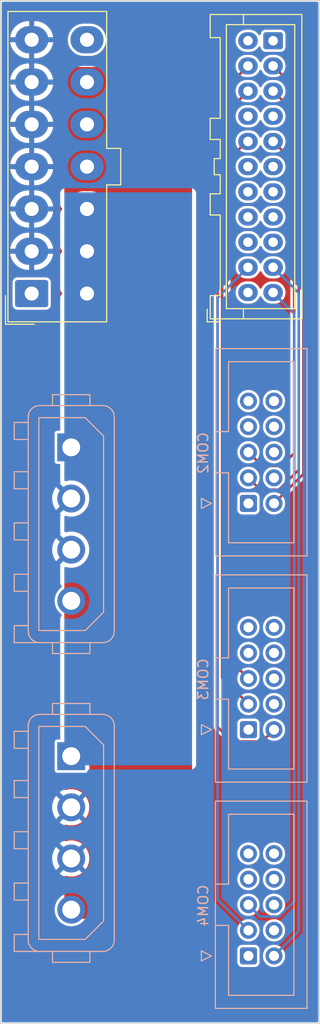
<source format=kicad_pcb>
(kicad_pcb (version 20221018) (generator pcbnew)
  (layers (0 "F.Cu" signal) (31 "B.Cu" signal) (34 "B.Paste" user) (35 "F.Paste" user) (36 "B.SilkS" user "B.Silkscreen") (37 "F.SilkS" user "F.Silkscreen") (38 "B.Mask" user) (39 "F.Mask" user) (44 "Edge.Cuts" user))
  (net 0 "")
  (net 15 "/UART1_RX")
  (net 16 "/UART1_TX")
  (net 17 "/UART1_GND")
  (net 18 "/UART2_RX")
  (net 19 "/UART2_TX")
  (net 20 "/UART2_GND")
  (net 21 "/UART3_RX")
  (net 22 "/UART3_TX")
  (net 23 "/UART3_GND")
  (net 39 "/+12V")
  (net 40 "/GND")
  (net 41 "/+5V")
  (footprint "Connector_Molex:Molex_Mini-Fit_Jr_5566-14A_2x07_P4.20mm_Vertical" (layer "F.Cu") (at 53.9 79.8975 90)
    (fp_text reference "CPWR1" hide)
    (fp_text value "Conn_02x07_Top_Bottom" hide)
    (fp_line (start -3.05 -2.6) (end -3.05 0.25) (stroke (width 0.12)) (layer "F.SilkS"))
    (fp_line (start -2.81 -2.36) (end -2.81 7.46) (stroke (width 0.12)) (layer "F.SilkS"))
    (fp_line (start -2.81 7.46) (end 10.79 7.46) (stroke (width 0.12)) (layer "F.SilkS"))
    (fp_line (start -0.2 -2.6) (end -3.05 -2.6) (stroke (width 0.12)) (layer "F.SilkS"))
    (fp_line (start 10.79 7.46) (end 10.79 8.86) (stroke (width 0.12)) (layer "F.SilkS"))
    (fp_line (start 10.79 8.86) (end 12.6 8.86) (stroke (width 0.12)) (layer "F.SilkS"))
    (fp_line (start 12.6 -2.36) (end -2.81 -2.36) (stroke (width 0.12)) (layer "F.SilkS"))
    (fp_line (start 12.6 -2.36) (end 28.01 -2.36) (stroke (width 0.12)) (layer "F.SilkS"))
    (fp_line (start 14.41 7.46) (end 14.41 8.86) (stroke (width 0.12)) (layer "F.SilkS"))
    (fp_line (start 14.41 8.86) (end 12.6 8.86) (stroke (width 0.12)) (layer "F.SilkS"))
    (fp_line (start 28.01 -2.36) (end 28.01 7.46) (stroke (width 0.12)) (layer "F.SilkS"))
    (fp_line (start 28.01 7.46) (end 14.41 7.46) (stroke (width 0.12)) (layer "F.SilkS"))
    (pad "1" thru_hole roundrect (at 0 0 90) (size 2.7 3.3) (drill 1.4) (layers "*.Cu" "*.Mask") (roundrect_rratio 0.09259296296))
    (pad "2" thru_hole oval (at 4.2 0 90) (size 2.7 3.3) (drill 1.4) (layers "*.Cu" "*.Mask") (net 40 "/GND"))
    (pad "3" thru_hole oval (at 8.4 0 90) (size 2.7 3.3) (drill 1.4) (layers "*.Cu" "*.Mask") (net 40 "/GND"))
    (pad "4" thru_hole oval (at 12.6 0 90) (size 2.7 3.3) (drill 1.4) (layers "*.Cu" "*.Mask") (net 40 "/GND"))
    (pad "5" thru_hole oval (at 16.8 0 90) (size 2.7 3.3) (drill 1.4) (layers "*.Cu" "*.Mask") (net 40 "/GND"))
    (pad "6" thru_hole oval (at 21 0 90) (size 2.7 3.3) (drill 1.4) (layers "*.Cu" "*.Mask") (net 40 "/GND"))
    (pad "7" thru_hole oval (at 25.2 0 90) (size 2.7 3.3) (drill 1.4) (layers "*.Cu" "*.Mask") (net 40 "/GND"))
    (pad "8" thru_hole oval (at 0 5.5 90) (size 2.7 3.3) (drill 1.4) (layers "*.Cu" "*.Mask") (net 39 "/+12V"))
    (pad "9" thru_hole oval (at 4.2 5.5 90) (size 2.7 3.3) (drill 1.4) (layers "*.Cu" "*.Mask") (net 39 "/+12V"))
    (pad "10" thru_hole oval (at 8.4 5.5 90) (size 2.7 3.3) (drill 1.4) (layers "*.Cu" "*.Mask") (net 39 "/+12V"))
    (pad "11" thru_hole oval (at 12.6 5.5 90) (size 2.7 3.3) (drill 1.4) (layers "*.Cu" "*.Mask") (net 41 "/+5V"))
    (pad "12" thru_hole oval (at 16.8 5.5 90) (size 2.7 3.3) (drill 1.4) (layers "*.Cu" "*.Mask") (net 41 "/+5V"))
    (pad "13" thru_hole oval (at 21 5.5 90) (size 2.7 3.3) (drill 1.4) (layers "*.Cu" "*.Mask") (net 41 "/+5V"))
    (pad "14" thru_hole oval (at 25.2 5.5 90) (size 2.7 3.3) (drill 1.4) (layers "*.Cu" "*.Mask"))
  )
  (footprint "Connector_JST:JST_XAD_B22B-XADSS-1_2x11_P2.50mm_Vertical" (layer "F.Cu") (at 75.4125 79.7975 90)
    (fp_text reference "CCOM1" hide)
    (fp_text value "Conn_02x11_Odd_Even" hide)
    (fp_line (start -2.91 -4.06) (end -2.91 -2.81) (stroke (width 0.12)) (layer "F.SilkS"))
    (fp_line (start -2.61 -3.76) (end -2.61 5.36) (stroke (width 0.12)) (layer "F.SilkS"))
    (fp_line (start -2.61 -0.45) (end -1.6 -0.45) (stroke (width 0.12)) (layer "F.SilkS"))
    (fp_line (start -2.61 5.36) (end 27.61 5.36) (stroke (width 0.12)) (layer "F.SilkS"))
    (fp_line (start -1.66 -4.06) (end -2.91 -4.06) (stroke (width 0.12)) (layer "F.SilkS"))
    (fp_line (start -1.6 -2.15) (end -1.6 4.65) (stroke (width 0.12)) (layer "F.SilkS"))
    (fp_line (start -1.6 4.65) (end 26.6 4.65) (stroke (width 0.12)) (layer "F.SilkS"))
    (fp_line (start -0.31 -3.76) (end -2.61 -3.76) (stroke (width 0.12)) (layer "F.SilkS"))
    (fp_line (start -0.31 -2.76) (end -0.31 -3.76) (stroke (width 0.12)) (layer "F.SilkS"))
    (fp_line (start 7.7 -3.76) (end 7.7 -2.76) (stroke (width 0.12)) (layer "F.SilkS"))
    (fp_line (start 7.7 -2.76) (end -0.31 -2.76) (stroke (width 0.12)) (layer "F.SilkS"))
    (fp_line (start 9.8 -3.76) (end 7.7 -3.76) (stroke (width 0.12)) (layer "F.SilkS"))
    (fp_line (start 9.8 -2.76) (end 9.8 -3.76) (stroke (width 0.12)) (layer "F.SilkS"))
    (fp_line (start 11.7 -3.36) (end 11.7 -2.76) (stroke (width 0.12)) (layer "F.SilkS"))
    (fp_line (start 11.7 -2.76) (end 9.8 -2.76) (stroke (width 0.12)) (layer "F.SilkS"))
    (fp_line (start 13.3 -3.36) (end 11.7 -3.36) (stroke (width 0.12)) (layer "F.SilkS"))
    (fp_line (start 13.3 -2.76) (end 13.3 -3.36) (stroke (width 0.12)) (layer "F.SilkS"))
    (fp_line (start 15.2 -3.76) (end 15.2 -2.76) (stroke (width 0.12)) (layer "F.SilkS"))
    (fp_line (start 15.2 -2.76) (end 13.3 -2.76) (stroke (width 0.12)) (layer "F.SilkS"))
    (fp_line (start 17.3 -3.76) (end 15.2 -3.76) (stroke (width 0.12)) (layer "F.SilkS"))
    (fp_line (start 17.3 -2.76) (end 17.3 -3.76) (stroke (width 0.12)) (layer "F.SilkS"))
    (fp_line (start 25.31 -3.76) (end 25.31 -2.76) (stroke (width 0.12)) (layer "F.SilkS"))
    (fp_line (start 25.31 -2.76) (end 17.3 -2.76) (stroke (width 0.12)) (layer "F.SilkS"))
    (fp_line (start 26.6 -2.15) (end -1.6 -2.15) (stroke (width 0.12)) (layer "F.SilkS"))
    (fp_line (start 26.6 4.65) (end 26.6 -2.15) (stroke (width 0.12)) (layer "F.SilkS"))
    (fp_line (start 27.61 -3.76) (end 25.31 -3.76) (stroke (width 0.12)) (layer "F.SilkS"))
    (fp_line (start 27.61 -0.45) (end 26.6 -0.45) (stroke (width 0.12)) (layer "F.SilkS"))
    (fp_line (start 27.61 5.36) (end 27.61 -3.76) (stroke (width 0.12)) (layer "F.SilkS"))
    (pad "1" thru_hole roundrect (at 25 2.5 90) (size 1.7 1.95) (drill 0.95) (layers "*.Cu" "*.Mask") (roundrect_rratio 0.1470588235))
    (pad "2" thru_hole oval (at 25 0 90) (size 1.7 1.95) (drill 0.95) (layers "*.Cu" "*.Mask"))
    (pad "3" thru_hole oval (at 22.5 2.5 90) (size 1.7 1.95) (drill 0.95) (layers "*.Cu" "*.Mask") (net 15 "/UART1_RX"))
    (pad "4" thru_hole oval (at 22.5 0 90) (size 1.7 1.95) (drill 0.95) (layers "*.Cu" "*.Mask") (net 18 "/UART2_RX"))
    (pad "5" thru_hole oval (at 20 2.5 90) (size 1.7 1.95) (drill 0.95) (layers "*.Cu" "*.Mask") (net 16 "/UART1_TX"))
    (pad "6" thru_hole oval (at 20 0 90) (size 1.7 1.95) (drill 0.95) (layers "*.Cu" "*.Mask") (net 19 "/UART2_TX"))
    (pad "7" thru_hole oval (at 17.5 2.5 90) (size 1.7 1.95) (drill 0.95) (layers "*.Cu" "*.Mask"))
    (pad "8" thru_hole oval (at 17.5 0 90) (size 1.7 1.95) (drill 0.95) (layers "*.Cu" "*.Mask"))
    (pad "9" thru_hole oval (at 15 2.5 90) (size 1.7 1.95) (drill 0.95) (layers "*.Cu" "*.Mask") (net 17 "/UART1_GND"))
    (pad "10" thru_hole oval (at 15 0 90) (size 1.7 1.95) (drill 0.95) (layers "*.Cu" "*.Mask") (net 20 "/UART2_GND"))
    (pad "11" thru_hole oval (at 12.5 2.5 90) (size 1.7 1.95) (drill 0.95) (layers "*.Cu" "*.Mask"))
    (pad "12" thru_hole oval (at 12.5 0 90) (size 1.7 1.95) (drill 0.95) (layers "*.Cu" "*.Mask"))
    (pad "13" thru_hole oval (at 10 2.5 90) (size 1.7 1.95) (drill 0.95) (layers "*.Cu" "*.Mask"))
    (pad "14" thru_hole oval (at 10 0 90) (size 1.7 1.95) (drill 0.95) (layers "*.Cu" "*.Mask"))
    (pad "15" thru_hole oval (at 7.5 2.5 90) (size 1.7 1.95) (drill 0.95) (layers "*.Cu" "*.Mask"))
    (pad "16" thru_hole oval (at 7.5 0 90) (size 1.7 1.95) (drill 0.95) (layers "*.Cu" "*.Mask"))
    (pad "17" thru_hole oval (at 5 2.5 90) (size 1.7 1.95) (drill 0.95) (layers "*.Cu" "*.Mask"))
    (pad "18" thru_hole oval (at 5 0 90) (size 1.7 1.95) (drill 0.95) (layers "*.Cu" "*.Mask"))
    (pad "19" thru_hole oval (at 2.5 2.5 90) (size 1.7 1.95) (drill 0.95) (layers "*.Cu" "*.Mask") (net 21 "/UART3_RX"))
    (pad "20" thru_hole oval (at 2.5 0 90) (size 1.7 1.95) (drill 0.95) (layers "*.Cu" "*.Mask") (net 22 "/UART3_TX"))
    (pad "21" thru_hole oval (at 0 2.5 90) (size 1.7 1.95) (drill 0.95) (layers "*.Cu" "*.Mask") (net 23 "/UART3_GND"))
    (pad "22" thru_hole oval (at 0 0 90) (size 1.7 1.95) (drill 0.95) (layers "*.Cu" "*.Mask"))
  )
  (footprint "Connector_IDC:IDC-Header_2x05_P2.54mm_Vertical" (layer "B.Cu") (at 75.46 145.66875)
    (fp_text reference "COM4" (at -4.5 -5 90) (layer "B.SilkS") (effects (justify mirror)))
    (fp_text value "Conn_02x05_Odd_Even" hide)
    (fp_line (start -4.68 -0.5) (end -3.68 0) (stroke (width 0.12)) (layer "B.SilkS"))
    (fp_line (start -4.68 0.5) (end -4.68 -0.5) (stroke (width 0.12)) (layer "B.SilkS"))
    (fp_line (start -3.68 0) (end -4.68 0.5) (stroke (width 0.12)) (layer "B.SilkS"))
    (fp_line (start -3.29 -15.37) (end -3.29 5.21) (stroke (width 0.12)) (layer "B.SilkS"))
    (fp_line (start -3.29 -3.03) (end -1.98 -3.03) (stroke (width 0.12)) (layer "B.SilkS"))
    (fp_line (start -3.29 5.21) (end 5.83 5.21) (stroke (width 0.12)) (layer "B.SilkS"))
    (fp_line (start -1.98 -14.07) (end -1.98 -7.13) (stroke (width 0.12)) (layer "B.SilkS"))
    (fp_line (start -1.98 -7.13) (end -3.29 -7.13) (stroke (width 0.12)) (layer "B.SilkS"))
    (fp_line (start -1.98 -7.13) (end -1.98 -7.13) (stroke (width 0.12)) (layer "B.SilkS"))
    (fp_line (start -1.98 -3.03) (end -1.98 3.91) (stroke (width 0.12)) (layer "B.SilkS"))
    (fp_line (start -1.98 3.91) (end 4.52 3.91) (stroke (width 0.12)) (layer "B.SilkS"))
    (fp_line (start 4.52 -14.07) (end -1.98 -14.07) (stroke (width 0.12)) (layer "B.SilkS"))
    (fp_line (start 4.52 3.91) (end 4.52 -14.07) (stroke (width 0.12)) (layer "B.SilkS"))
    (fp_line (start 5.83 -15.37) (end -3.29 -15.37) (stroke (width 0.12)) (layer "B.SilkS"))
    (fp_line (start 5.83 5.21) (end 5.83 -15.37) (stroke (width 0.12)) (layer "B.SilkS"))
    (pad "1" thru_hole roundrect (at 0 0) (size 1.7 1.7) (drill 1) (layers "*.Cu" "*.Mask") (roundrect_rratio 0.1470588235))
    (pad "2" thru_hole circle (at 2.54 0) (size 1.7 1.7) (drill 1) (layers "*.Cu" "*.Mask") (net 21 "/UART3_RX"))
    (pad "3" thru_hole circle (at 0 -2.54) (size 1.7 1.7) (drill 1) (layers "*.Cu" "*.Mask") (net 22 "/UART3_TX"))
    (pad "4" thru_hole circle (at 2.54 -2.54) (size 1.7 1.7) (drill 1) (layers "*.Cu" "*.Mask"))
    (pad "5" thru_hole circle (at 0 -5.08) (size 1.7 1.7) (drill 1) (layers "*.Cu" "*.Mask") (net 23 "/UART3_GND"))
    (pad "6" thru_hole circle (at 2.54 -5.08) (size 1.7 1.7) (drill 1) (layers "*.Cu" "*.Mask"))
    (pad "7" thru_hole circle (at 0 -7.62) (size 1.7 1.7) (drill 1) (layers "*.Cu" "*.Mask"))
    (pad "8" thru_hole circle (at 2.54 -7.62) (size 1.7 1.7) (drill 1) (layers "*.Cu" "*.Mask"))
    (pad "9" thru_hole circle (at 0 -10.16) (size 1.7 1.7) (drill 1) (layers "*.Cu" "*.Mask"))
    (pad "10" thru_hole circle (at 2.54 -10.16) (size 1.7 1.7) (drill 1) (layers "*.Cu" "*.Mask"))
  )
  (footprint "Connector_IDC:IDC-Header_2x05_P2.54mm_Vertical" (layer "B.Cu") (at 75.46 123.2025)
    (fp_text reference "COM3" (at -4.5 -5 90) (layer "B.SilkS") (effects (justify mirror)))
    (fp_text value "Conn_02x05_Odd_Even" hide)
    (fp_line (start -4.68 -0.5) (end -3.68 0) (stroke (width 0.12)) (layer "B.SilkS"))
    (fp_line (start -4.68 0.5) (end -4.68 -0.5) (stroke (width 0.12)) (layer "B.SilkS"))
    (fp_line (start -3.68 0) (end -4.68 0.5) (stroke (width 0.12)) (layer "B.SilkS"))
    (fp_line (start -3.29 -15.37) (end -3.29 5.21) (stroke (width 0.12)) (layer "B.SilkS"))
    (fp_line (start -3.29 -3.03) (end -1.98 -3.03) (stroke (width 0.12)) (layer "B.SilkS"))
    (fp_line (start -3.29 5.21) (end 5.83 5.21) (stroke (width 0.12)) (layer "B.SilkS"))
    (fp_line (start -1.98 -14.07) (end -1.98 -7.13) (stroke (width 0.12)) (layer "B.SilkS"))
    (fp_line (start -1.98 -7.13) (end -3.29 -7.13) (stroke (width 0.12)) (layer "B.SilkS"))
    (fp_line (start -1.98 -7.13) (end -1.98 -7.13) (stroke (width 0.12)) (layer "B.SilkS"))
    (fp_line (start -1.98 -3.03) (end -1.98 3.91) (stroke (width 0.12)) (layer "B.SilkS"))
    (fp_line (start -1.98 3.91) (end 4.52 3.91) (stroke (width 0.12)) (layer "B.SilkS"))
    (fp_line (start 4.52 -14.07) (end -1.98 -14.07) (stroke (width 0.12)) (layer "B.SilkS"))
    (fp_line (start 4.52 3.91) (end 4.52 -14.07) (stroke (width 0.12)) (layer "B.SilkS"))
    (fp_line (start 5.83 -15.37) (end -3.29 -15.37) (stroke (width 0.12)) (layer "B.SilkS"))
    (fp_line (start 5.83 5.21) (end 5.83 -15.37) (stroke (width 0.12)) (layer "B.SilkS"))
    (pad "1" thru_hole roundrect (at 0 0) (size 1.7 1.7) (drill 1) (layers "*.Cu" "*.Mask") (roundrect_rratio 0.1470588235))
    (pad "2" thru_hole circle (at 2.54 0) (size 1.7 1.7) (drill 1) (layers "*.Cu" "*.Mask") (net 18 "/UART2_RX"))
    (pad "3" thru_hole circle (at 0 -2.54) (size 1.7 1.7) (drill 1) (layers "*.Cu" "*.Mask") (net 19 "/UART2_TX"))
    (pad "4" thru_hole circle (at 2.54 -2.54) (size 1.7 1.7) (drill 1) (layers "*.Cu" "*.Mask"))
    (pad "5" thru_hole circle (at 0 -5.08) (size 1.7 1.7) (drill 1) (layers "*.Cu" "*.Mask") (net 20 "/UART2_GND"))
    (pad "6" thru_hole circle (at 2.54 -5.08) (size 1.7 1.7) (drill 1) (layers "*.Cu" "*.Mask"))
    (pad "7" thru_hole circle (at 0 -7.62) (size 1.7 1.7) (drill 1) (layers "*.Cu" "*.Mask"))
    (pad "8" thru_hole circle (at 2.54 -7.62) (size 1.7 1.7) (drill 1) (layers "*.Cu" "*.Mask"))
    (pad "9" thru_hole circle (at 0 -10.16) (size 1.7 1.7) (drill 1) (layers "*.Cu" "*.Mask"))
    (pad "10" thru_hole circle (at 2.54 -10.16) (size 1.7 1.7) (drill 1) (layers "*.Cu" "*.Mask"))
  )
  (footprint "Connector_IDC:IDC-Header_2x05_P2.54mm_Vertical" (layer "B.Cu") (at 75.46 100.73625)
    (fp_text reference "COM2" (at -4.5 -5 90) (layer "B.SilkS") (effects (justify mirror)))
    (fp_text value "Conn_02x05_Odd_Even" hide)
    (fp_line (start -4.68 -0.5) (end -3.68 0) (stroke (width 0.12)) (layer "B.SilkS"))
    (fp_line (start -4.68 0.5) (end -4.68 -0.5) (stroke (width 0.12)) (layer "B.SilkS"))
    (fp_line (start -3.68 0) (end -4.68 0.5) (stroke (width 0.12)) (layer "B.SilkS"))
    (fp_line (start -3.29 -15.37) (end -3.29 5.21) (stroke (width 0.12)) (layer "B.SilkS"))
    (fp_line (start -3.29 -3.03) (end -1.98 -3.03) (stroke (width 0.12)) (layer "B.SilkS"))
    (fp_line (start -3.29 5.21) (end 5.83 5.21) (stroke (width 0.12)) (layer "B.SilkS"))
    (fp_line (start -1.98 -14.07) (end -1.98 -7.13) (stroke (width 0.12)) (layer "B.SilkS"))
    (fp_line (start -1.98 -7.13) (end -3.29 -7.13) (stroke (width 0.12)) (layer "B.SilkS"))
    (fp_line (start -1.98 -7.13) (end -1.98 -7.13) (stroke (width 0.12)) (layer "B.SilkS"))
    (fp_line (start -1.98 -3.03) (end -1.98 3.91) (stroke (width 0.12)) (layer "B.SilkS"))
    (fp_line (start -1.98 3.91) (end 4.52 3.91) (stroke (width 0.12)) (layer "B.SilkS"))
    (fp_line (start 4.52 -14.07) (end -1.98 -14.07) (stroke (width 0.12)) (layer "B.SilkS"))
    (fp_line (start 4.52 3.91) (end 4.52 -14.07) (stroke (width 0.12)) (layer "B.SilkS"))
    (fp_line (start 5.83 -15.37) (end -3.29 -15.37) (stroke (width 0.12)) (layer "B.SilkS"))
    (fp_line (start 5.83 5.21) (end 5.83 -15.37) (stroke (width 0.12)) (layer "B.SilkS"))
    (pad "1" thru_hole roundrect (at 0 0) (size 1.7 1.7) (drill 1) (layers "*.Cu" "*.Mask") (roundrect_rratio 0.1470588235))
    (pad "2" thru_hole circle (at 2.54 0) (size 1.7 1.7) (drill 1) (layers "*.Cu" "*.Mask") (net 15 "/UART1_RX"))
    (pad "3" thru_hole circle (at 0 -2.54) (size 1.7 1.7) (drill 1) (layers "*.Cu" "*.Mask") (net 16 "/UART1_TX"))
    (pad "4" thru_hole circle (at 2.54 -2.54) (size 1.7 1.7) (drill 1) (layers "*.Cu" "*.Mask"))
    (pad "5" thru_hole circle (at 0 -5.08) (size 1.7 1.7) (drill 1) (layers "*.Cu" "*.Mask") (net 17 "/UART1_GND"))
    (pad "6" thru_hole circle (at 2.54 -5.08) (size 1.7 1.7) (drill 1) (layers "*.Cu" "*.Mask"))
    (pad "7" thru_hole circle (at 0 -7.62) (size 1.7 1.7) (drill 1) (layers "*.Cu" "*.Mask"))
    (pad "8" thru_hole circle (at 2.54 -7.62) (size 1.7 1.7) (drill 1) (layers "*.Cu" "*.Mask"))
    (pad "9" thru_hole circle (at 0 -10.16) (size 1.7 1.7) (drill 1) (layers "*.Cu" "*.Mask"))
    (pad "10" thru_hole circle (at 2.54 -10.16) (size 1.7 1.7) (drill 1) (layers "*.Cu" "*.Mask"))
  )
  (footprint "Connector_TE-Connectivity:TE_MATE-N-LOK_350211-1_1x04_P5.08mm_Vertical" (layer "B.Cu") (at 57.8325 95.170416 -90)
    (fp_text reference "PWR1" hide)
    (fp_text value "Conn_01x04_Pin" hide)
    (fp_line (start -5.23 -1.86) (end -5.23 1.86) (stroke (width 0.12)) (layer "B.SilkS"))
    (fp_line (start -5.23 1.86) (end -4.15 1.86) (stroke (width 0.12)) (layer "B.SilkS"))
    (fp_line (start -4.15 -1.86) (end -5.23 -1.86) (stroke (width 0.12)) (layer "B.SilkS"))
    (fp_line (start -4.15 3.14) (end -4.15 -3.14) (stroke (width 0.12)) (layer "B.SilkS"))
    (fp_line (start -3.01 -4.28) (end 18.25 -4.28) (stroke (width 0.12)) (layer "B.SilkS"))
    (fp_line (start -2.95 -1.39) (end -2.95 3.22) (stroke (width 0.12)) (layer "B.SilkS"))
    (fp_line (start -2.95 3.22) (end 18.19 3.22) (stroke (width 0.12)) (layer "B.SilkS"))
    (fp_line (start -2.47 4.28) (end -2.47 5.67) (stroke (width 0.12)) (layer "B.SilkS"))
    (fp_line (start -2.47 5.67) (end -0.78 5.67) (stroke (width 0.12)) (layer "B.SilkS"))
    (fp_line (start -1.12 -3.22) (end -2.95 -1.39) (stroke (width 0.12)) (layer "B.SilkS"))
    (fp_line (start -0.78 5.67) (end -0.78 4.28) (stroke (width 0.12)) (layer "B.SilkS"))
    (fp_line (start 2.42 4.28) (end 2.42 5.67) (stroke (width 0.12)) (layer "B.SilkS"))
    (fp_line (start 2.42 5.67) (end 4.11 5.67) (stroke (width 0.12)) (layer "B.SilkS"))
    (fp_line (start 4.11 5.67) (end 4.11 4.28) (stroke (width 0.12)) (layer "B.SilkS"))
    (fp_line (start 7.5 4.28) (end 7.5 5.67) (stroke (width 0.12)) (layer "B.SilkS"))
    (fp_line (start 7.5 5.67) (end 9.19 5.67) (stroke (width 0.12)) (layer "B.SilkS"))
    (fp_line (start 9.19 5.67) (end 9.19 4.28) (stroke (width 0.12)) (layer "B.SilkS"))
    (fp_line (start 12.6 4.28) (end 12.6 5.67) (stroke (width 0.12)) (layer "B.SilkS"))
    (fp_line (start 12.6 5.67) (end 14.29 5.67) (stroke (width 0.12)) (layer "B.SilkS"))
    (fp_line (start 14.29 5.67) (end 14.29 4.28) (stroke (width 0.12)) (layer "B.SilkS"))
    (fp_line (start 16.36 -3.22) (end -1.12 -3.22) (stroke (width 0.12)) (layer "B.SilkS"))
    (fp_line (start 17.7 4.28) (end 17.7 5.67) (stroke (width 0.12)) (layer "B.SilkS"))
    (fp_line (start 17.7 5.67) (end 19.39 5.67) (stroke (width 0.12)) (layer "B.SilkS"))
    (fp_line (start 18.19 -1.39) (end 16.36 -3.22) (stroke (width 0.12)) (layer "B.SilkS"))
    (fp_line (start 18.19 3.22) (end 18.19 -1.39) (stroke (width 0.12)) (layer "B.SilkS"))
    (fp_line (start 18.25 4.28) (end -3.01 4.28) (stroke (width 0.12)) (layer "B.SilkS"))
    (fp_line (start 19.39 -3.14) (end 19.39 5.67) (stroke (width 0.12)) (layer "B.SilkS"))
    (fp_line (start 19.39 -1.86) (end 20.47 -1.86) (stroke (width 0.12)) (layer "B.SilkS"))
    (fp_line (start 20.47 -1.86) (end 20.47 1.86) (stroke (width 0.12)) (layer "B.SilkS"))
    (fp_line (start 20.47 1.86) (end 19.39 1.86) (stroke (width 0.12)) (layer "B.SilkS"))
    (fp_arc (start -4.15 -3.14) (mid -3.816102 -3.946102) (end -3.01 -4.28) (stroke (width 0.12)) (layer "B.SilkS"))
    (fp_arc (start -3.01 4.28) (mid -3.816102 3.946102) (end -4.15 3.14) (stroke (width 0.12)) (layer "B.SilkS"))
    (fp_arc (start 18.25 -4.28) (mid 19.056102 -3.946102) (end 19.39 -3.14) (stroke (width 0.12)) (layer "B.SilkS"))
    (fp_arc (start 19.39 3.14) (mid 19.056102 3.946102) (end 18.25 4.28) (stroke (width 0.12)) (layer "B.SilkS"))
    (pad "1" thru_hole rect (at 0 0 270) (size 2.78 2.78) (drill 1.78) (layers "*.Cu" "*.Mask") (net 39 "/+12V"))
    (pad "2" thru_hole circle (at 5.08 0 270) (size 2.78 2.78) (drill 1.78) (layers "*.Cu" "*.Mask") (net 40 "/GND"))
    (pad "3" thru_hole circle (at 10.16 0 270) (size 2.78 2.78) (drill 1.78) (layers "*.Cu" "*.Mask") (net 40 "/GND"))
    (pad "4" thru_hole circle (at 15.24 0 270) (size 2.78 2.78) (drill 1.78) (layers "*.Cu" "*.Mask") (net 41 "/+5V"))
  )
  (footprint "Connector_TE-Connectivity:TE_MATE-N-LOK_350211-1_1x04_P5.08mm_Vertical" (layer "B.Cu") (at 57.8325 125.834582 -90)
    (fp_text reference "PWR2" hide)
    (fp_text value "Conn_01x04_Pin" hide)
    (fp_line (start -5.23 -1.86) (end -5.23 1.86) (stroke (width 0.12)) (layer "B.SilkS"))
    (fp_line (start -5.23 1.86) (end -4.15 1.86) (stroke (width 0.12)) (layer "B.SilkS"))
    (fp_line (start -4.15 -1.86) (end -5.23 -1.86) (stroke (width 0.12)) (layer "B.SilkS"))
    (fp_line (start -4.15 3.14) (end -4.15 -3.14) (stroke (width 0.12)) (layer "B.SilkS"))
    (fp_line (start -3.01 -4.28) (end 18.25 -4.28) (stroke (width 0.12)) (layer "B.SilkS"))
    (fp_line (start -2.95 -1.39) (end -2.95 3.22) (stroke (width 0.12)) (layer "B.SilkS"))
    (fp_line (start -2.95 3.22) (end 18.19 3.22) (stroke (width 0.12)) (layer "B.SilkS"))
    (fp_line (start -2.47 4.28) (end -2.47 5.67) (stroke (width 0.12)) (layer "B.SilkS"))
    (fp_line (start -2.47 5.67) (end -0.78 5.67) (stroke (width 0.12)) (layer "B.SilkS"))
    (fp_line (start -1.12 -3.22) (end -2.95 -1.39) (stroke (width 0.12)) (layer "B.SilkS"))
    (fp_line (start -0.78 5.67) (end -0.78 4.28) (stroke (width 0.12)) (layer "B.SilkS"))
    (fp_line (start 2.42 4.28) (end 2.42 5.67) (stroke (width 0.12)) (layer "B.SilkS"))
    (fp_line (start 2.42 5.67) (end 4.11 5.67) (stroke (width 0.12)) (layer "B.SilkS"))
    (fp_line (start 4.11 5.67) (end 4.11 4.28) (stroke (width 0.12)) (layer "B.SilkS"))
    (fp_line (start 7.5 4.28) (end 7.5 5.67) (stroke (width 0.12)) (layer "B.SilkS"))
    (fp_line (start 7.5 5.67) (end 9.19 5.67) (stroke (width 0.12)) (layer "B.SilkS"))
    (fp_line (start 9.19 5.67) (end 9.19 4.28) (stroke (width 0.12)) (layer "B.SilkS"))
    (fp_line (start 12.6 4.28) (end 12.6 5.67) (stroke (width 0.12)) (layer "B.SilkS"))
    (fp_line (start 12.6 5.67) (end 14.29 5.67) (stroke (width 0.12)) (layer "B.SilkS"))
    (fp_line (start 14.29 5.67) (end 14.29 4.28) (stroke (width 0.12)) (layer "B.SilkS"))
    (fp_line (start 16.36 -3.22) (end -1.12 -3.22) (stroke (width 0.12)) (layer "B.SilkS"))
    (fp_line (start 17.7 4.28) (end 17.7 5.67) (stroke (width 0.12)) (layer "B.SilkS"))
    (fp_line (start 17.7 5.67) (end 19.39 5.67) (stroke (width 0.12)) (layer "B.SilkS"))
    (fp_line (start 18.19 -1.39) (end 16.36 -3.22) (stroke (width 0.12)) (layer "B.SilkS"))
    (fp_line (start 18.19 3.22) (end 18.19 -1.39) (stroke (width 0.12)) (layer "B.SilkS"))
    (fp_line (start 18.25 4.28) (end -3.01 4.28) (stroke (width 0.12)) (layer "B.SilkS"))
    (fp_line (start 19.39 -3.14) (end 19.39 5.67) (stroke (width 0.12)) (layer "B.SilkS"))
    (fp_line (start 19.39 -1.86) (end 20.47 -1.86) (stroke (width 0.12)) (layer "B.SilkS"))
    (fp_line (start 20.47 -1.86) (end 20.47 1.86) (stroke (width 0.12)) (layer "B.SilkS"))
    (fp_line (start 20.47 1.86) (end 19.39 1.86) (stroke (width 0.12)) (layer "B.SilkS"))
    (fp_arc (start -4.15 -3.14) (mid -3.816102 -3.946102) (end -3.01 -4.28) (stroke (width 0.12)) (layer "B.SilkS"))
    (fp_arc (start -3.01 4.28) (mid -3.816102 3.946102) (end -4.15 3.14) (stroke (width 0.12)) (layer "B.SilkS"))
    (fp_arc (start 18.25 -4.28) (mid 19.056102 -3.946102) (end 19.39 -3.14) (stroke (width 0.12)) (layer "B.SilkS"))
    (fp_arc (start 19.39 3.14) (mid 19.056102 3.946102) (end 18.25 4.28) (stroke (width 0.12)) (layer "B.SilkS"))
    (pad "1" thru_hole rect (at 0 0 270) (size 2.78 2.78) (drill 1.78) (layers "*.Cu" "*.Mask") (net 39 "/+12V"))
    (pad "2" thru_hole circle (at 5.08 0 270) (size 2.78 2.78) (drill 1.78) (layers "*.Cu" "*.Mask") (net 40 "/GND"))
    (pad "3" thru_hole circle (at 10.16 0 270) (size 2.78 2.78) (drill 1.78) (layers "*.Cu" "*.Mask") (net 40 "/GND"))
    (pad "4" thru_hole circle (at 15.24 0 270) (size 2.78 2.78) (drill 1.78) (layers "*.Cu" "*.Mask") (net 41 "/+5V"))
  )
  (gr_line locked (start 50.8 50.8) (end 50.8 152.4) (stroke (width 0.1)) (layer "Edge.Cuts"))
  (gr_line locked (start 82.55 50.8) (end 82.55 152.4) (stroke (width 0.1)) (layer "Edge.Cuts"))
  (gr_line locked (start 50.8 152.4) (end 82.55 152.4) (stroke (width 0.1)) (layer "Edge.Cuts"))
  (gr_line locked (start 50.8 50.8) (end 82.55 50.8) (stroke (width 0.1)) (layer "Edge.Cuts"))
  (segment (start 80.917001 97.819249) (end 78 100.73625) (width 0.254) (layer "F.Cu") (net 15))
  (segment (start 80.917001 60.302001) (end 80.917001 97.819249) (width 0.254) (layer "F.Cu") (net 15))
  (segment (start 77.9125 57.2975) (end 80.917001 60.302001) (width 0.254) (layer "F.Cu") (net 15))
  (segment (start 78.48753 99.37325) (end 76.637 99.37325) (width 0.254) (layer "F.Cu") (net 16))
  (segment (start 77.9125 59.7975) (end 80.463501 62.348501) (width 0.254) (layer "F.Cu") (net 16))
  (segment (start 80.463501 97.397279) (end 78.48753 99.37325) (width 0.254) (layer "F.Cu") (net 16))
  (segment (start 80.463501 62.348501) (end 80.463501 97.397279) (width 0.254) (layer "F.Cu") (net 16))
  (segment (start 76.637 99.37325) (end 75.46 98.19625) (width 0.254) (layer "F.Cu") (net 16))
  (segment (start 78.74875 97.01925) (end 76.823 97.01925) (width 0.254) (layer "F.Cu") (net 17))
  (segment (start 80.01 66.895) (end 80.01 95.758) (width 0.254) (layer "F.Cu") (net 17))
  (segment (start 77.9125 64.7975) (end 80.01 66.895) (width 0.254) (layer "F.Cu") (net 17))
  (segment (start 80.01 95.758) (end 78.74875 97.01925) (width 0.254) (layer "F.Cu") (net 17))
  (segment (start 76.823 97.01925) (end 75.46 95.65625) (width 0.254) (layer "F.Cu") (net 17))
  (segment (start 76.823 124.3795) (end 78 123.2025) (width 0.254) (layer "F.Cu") (net 18))
  (segment (start 72.39 122.936) (end 73.8335 124.3795) (width 0.254) (layer "F.Cu") (net 18))
  (segment (start 72.39 60.32) (end 72.39 122.936) (width 0.254) (layer "F.Cu") (net 18))
  (segment (start 73.8335 124.3795) (end 76.823 124.3795) (width 0.254) (layer "F.Cu") (net 18))
  (segment (start 75.4125 57.2975) (end 72.39 60.32) (width 0.254) (layer "F.Cu") (net 18))
  (segment (start 72.843501 118.046001) (end 75.46 120.6625) (width 0.254) (layer "F.Cu") (net 19))
  (segment (start 75.4125 59.7975) (end 72.843501 62.366499) (width 0.254) (layer "F.Cu") (net 19))
  (segment (start 72.843501 62.366499) (end 72.843501 118.046001) (width 0.254) (layer "F.Cu") (net 19))
  (segment (start 73.297002 115.959502) (end 75.46 118.1225) (width 0.254) (layer "F.Cu") (net 20))
  (segment (start 73.297002 66.787998) (end 73.297002 115.959502) (width 0.254) (layer "F.Cu") (net 20))
  (segment (start 75.2875 64.7975) (end 73.297002 66.787998) (width 0.254) (layer "F.Cu") (net 20))
  (segment (start 80.463501 79.848501) (end 80.463501 143.205249) (width 0.254) (layer "B.Cu") (net 21))
  (segment (start 80.463501 143.205249) (end 78 145.66875) (width 0.254) (layer "B.Cu") (net 21))
  (segment (start 77.9125 77.2975) (end 80.463501 79.848501) (width 0.254) (layer "B.Cu") (net 21))
  (segment (start 72.39 80.32) (end 72.39 140.05875) (width 0.254) (layer "B.Cu") (net 22))
  (segment (start 75.4125 77.2975) (end 72.39 80.32) (width 0.254) (layer "B.Cu") (net 22))
  (segment (start 72.39 140.05875) (end 75.46 143.12875) (width 0.254) (layer "B.Cu") (net 22))
  (segment (start 76.637 141.76575) (end 75.46 140.58875) (width 0.254) (layer "B.Cu") (net 23))
  (segment (start 80.01 81.895) (end 80.01 140.24328) (width 0.254) (layer "B.Cu") (net 23))
  (segment (start 80.01 140.24328) (end 78.48753 141.76575) (width 0.254) (layer "B.Cu") (net 23))
  (segment (start 78.48753 141.76575) (end 76.637 141.76575) (width 0.254) (layer "B.Cu") (net 23))
  (segment (start 77.9125 79.7975) (end 80.01 81.895) (width 0.254) (layer "B.Cu") (net 23))
  (zone (net 41) (net_name "/+5V") (layer "F.Cu") (priority 2) (connect_pads yes (clearance 0.4064)) (min_thickness 0.25) (fill yes (thermal_gap 0.5) (thermal_bridge_width 0.5))
    (polygon (pts (xy 57.15 57.404) (xy 57.15 141.986) (xy 69.85 141.986) (xy 69.85 57.404)))
  )
  (zone locked (net 40) (net_name "/GND") (layers "F&B.Cu") (connect_pads (clearance 0.254)) (min_thickness 0.25) (fill yes (thermal_gap 0.5) (thermal_bridge_width 0.5))
    (polygon (pts (xy 50.8 50.8) (xy 82.55 50.8) (xy 82.55 152.4) (xy 50.8 152.4)))
  )
  (zone (net 39) (net_name "/+12V") (layer "B.Cu") (priority 1) (connect_pads yes (clearance 0.4064)) (min_thickness 0.25) (fill yes (thermal_gap 0.5) (thermal_bridge_width 0.5))
    (polygon (pts (xy 57.15 126.746) (xy 57.15 69.85) (xy 69.85 69.85) (xy 69.85 126.746)))
  )
)
</source>
